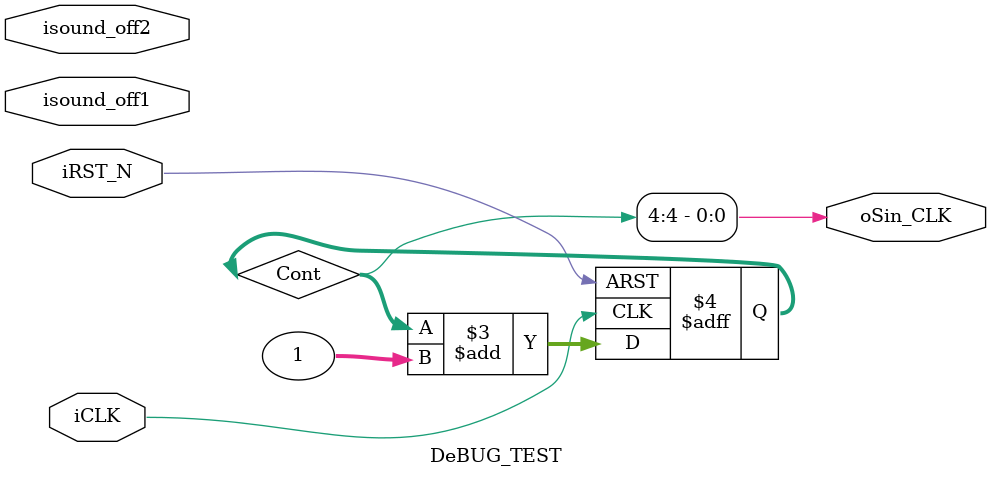
<source format=v>
module	DeBUG_TEST (	//	Host Side
							iCLK,
							iRST_N,
							isound_off1,
							isound_off2,
							oSin_CLK
						  );

input			iCLK;
input			iRST_N;
input			isound_off1;
input			isound_off2;

output		oSin_CLK;

reg [31:0]	Cont;
reg			sound_off1,sound_off2;

assign	oSin_CLK	=	Cont[4];
//=============================================================================
// Structural coding
//=============================================================================

always@(posedge iCLK or negedge iRST_N)
begin
	if(!iRST_N)
	begin
		Cont <= 0;
		sound_off1	<= 0;
		sound_off2	<= 0;
	end
	else
	begin
		Cont <= Cont+1;
		sound_off1	<=	isound_off1;
		sound_off2	<=	isound_off2;
	end
end

endmodule

</source>
